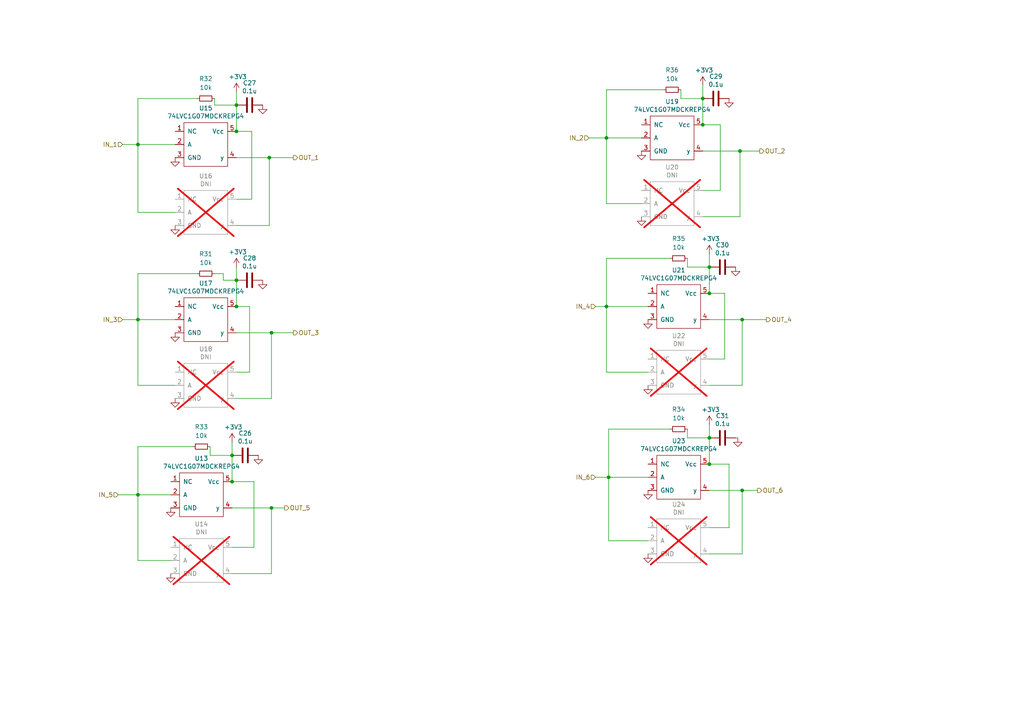
<source format=kicad_sch>
(kicad_sch (version 20231120) (generator "eeschema") (generator_version "8.0")
  (paper "A4")
  (title_block (title "Avionics Board") (rev "A") (company "SilverSat Limited"))
  (lib_symbols
    (symbol "Device:C" (pin_numbers hide) (pin_names (offset 0.254))
      (property "Reference" "C" (at 0.635 2.54 0))
      (property "Value" "C" (at 0.635 -2.54 0))
      (symbol "C_0_1"
        (polyline (pts (xy -2.032 -0.762) (xy 2.032 -0.762)) (stroke (width 0.508)))
        (polyline (pts (xy -2.032 0.762) (xy 2.032 0.762)) (stroke (width 0.508)))
      )
      (symbol "C_1_1"
        (pin passive line (at 0 3.81 270) (length 2.794) (name "~") (number "1"))
        (pin passive line (at 0 -3.81 90) (length 2.794) (name "~") (number "2"))
      )
    )
    (symbol "Device:R_Small" (pin_numbers hide) (pin_names (offset 0.254) hide)
      (property "Reference" "R" (at 0.762 0.508 0))
      (property "Value" "R_Small" (at 0.762 -1.016 0))
      (symbol "R_Small_0_1"
        (rectangle (start -0.762 1.778) (end 0.762 -1.778) (stroke (width 0.2032)))
      )
      (symbol "R_Small_1_1"
        (pin passive line (at 0 2.54 270) (length 0.762) (name "~") (number "1"))
        (pin passive line (at 0 -2.54 90) (length 0.762) (name "~") (number "2"))
      )
    )
    (symbol "SilverSat_symbols:74LVC1G07MDCKREPG4" (pin_names (offset 1.016))
      (property "Reference" "U" (at 2.54 -1.27 0))
      (property "Value" "74LVC1G07MDCKREPG4" (at -2.54 -17.78 0))
      (symbol "74LVC1G07MDCKREPG4_0_1"
        (rectangle (start -8.89 -2.54) (end 3.81 -15.24))
      )
      (symbol "74LVC1G07MDCKREPG4_1_1"
        (pin input line (at -11.43 -5.08 0) (length 2.54) (name "NC") (number "1"))
        (pin input line (at -11.43 -8.89 0) (length 2.54) (name "A") (number "2"))
        (pin input line (at -11.43 -12.7 0) (length 2.54) (name "GND") (number "3"))
        (pin input line (at 6.35 -12.7 180) (length 2.54) (name "y") (number "4"))
        (pin input line (at 6.35 -5.08 180) (length 2.54) (name "Vcc") (number "5"))
      )
    )
    (symbol "power:+3.3V" (power) (pin_names (offset 0))
      (property "Value" "+3.3V" (at 0 3.556 0))
      (symbol "+3.3V_0_1"
        (polyline (pts (xy -0.762 1.27) (xy 0 2.54)))
        (polyline (pts (xy 0 0) (xy 0 2.54)))
        (polyline (pts (xy 0 2.54) (xy 0.762 1.27)))
      )
      (symbol "+3.3V_1_1"
        (pin power_in line (at 0 0 90) (length 0) hide (name "+3V3") (number "1"))
      )
    )
    (symbol "power:GND" (power) (pin_names (offset 0))
      (property "Value" "GND" (at 0 -3.81 0))
      (symbol "GND_0_1"
        (polyline (pts (xy 0 0) (xy 0 -1.27) (xy 1.27 -1.27) (xy 0 -2.54) (xy -1.27 -1.27) (xy 0 -1.27)))
      )
      (symbol "GND_1_1"
        (pin power_in line (at 0 0 270) (length 0) hide (name "GND") (number "1"))
      )
    )
  )
  (junction (at 205.74 77.47))
  (junction (at 78.105 45.72))
  (junction (at 68.58 38.1))
  (junction (at 205.74 127))
  (junction (at 40.005 143.51))
  (junction (at 215.265 142.24))
  (junction (at 203.835 36.195))
  (junction (at 205.74 134.62))
  (junction (at 176.53 138.43))
  (junction (at 40.005 41.91))
  (junction (at 78.74 147.32))
  (junction (at 215.265 92.71))
  (junction (at 205.74 85.09))
  (junction (at 203.835 28.575))
  (junction (at 67.31 139.7))
  (junction (at 68.58 81.28))
  (junction (at 67.31 132.08))
  (junction (at 214.63 43.815))
  (junction (at 68.58 88.9))
  (junction (at 40.005 92.71))
  (junction (at 68.58 30.48))
  (junction (at 78.74 96.52))
  (junction (at 175.895 88.9))
  (junction (at 175.895 40.005))
  (wire (pts (xy 40.005 162.56) (xy 40.005 143.51)))
  (wire (pts (xy 60.96 132.08) (xy 67.31 132.08)))
  (wire (pts (xy 72.39 107.95) (xy 72.39 88.9)))
  (wire (pts (xy 215.265 160.655) (xy 215.265 142.24)))
  (wire (pts (xy 211.455 134.62) (xy 211.455 153.035)))
  (wire (pts (xy 203.835 62.865) (xy 214.63 62.865)))
  (wire (pts (xy 68.58 65.405) (xy 78.105 65.405)))
  (wire (pts (xy 68.58 115.57) (xy 78.74 115.57)))
  (wire (pts (xy 68.58 45.72) (xy 78.105 45.72)))
  (wire (pts (xy 205.74 160.655) (xy 215.265 160.655)))
  (wire (pts (xy 205.74 85.09) (xy 210.185 85.09)))
  (wire (pts (xy 40.005 79.375) (xy 40.005 92.71)))
  (wire (pts (xy 214.63 43.815) (xy 220.345 43.815)))
  (wire (pts (xy 210.185 85.09) (xy 210.185 104.14)))
  (wire (pts (xy 64.77 79.375) (xy 64.77 81.28)))
  (wire (pts (xy 40.005 92.71) (xy 50.8 92.71)))
  (wire (pts (xy 187.96 156.845) (xy 176.53 156.845)))
  (wire (pts (xy 175.895 74.93) (xy 175.895 88.9)))
  (wire (pts (xy 203.835 24.765) (xy 203.835 28.575)))
  (wire (pts (xy 40.005 111.76) (xy 50.8 111.76)))
  (wire (pts (xy 215.265 142.24) (xy 219.71 142.24)))
  (wire (pts (xy 78.74 166.37) (xy 78.74 147.32)))
  (wire (pts (xy 187.96 107.95) (xy 175.895 107.95)))
  (wire (pts (xy 78.105 45.72) (xy 85.09 45.72)))
  (wire (pts (xy 67.31 166.37) (xy 78.74 166.37)))
  (wire (pts (xy 55.88 129.54) (xy 40.005 129.54)))
  (wire (pts (xy 72.39 88.9) (xy 68.58 88.9)))
  (wire (pts (xy 211.455 153.035) (xy 205.74 153.035)))
  (wire (pts (xy 57.15 28.575) (xy 40.005 28.575)))
  (wire (pts (xy 176.53 124.46) (xy 176.53 138.43)))
  (wire (pts (xy 175.895 40.005) (xy 175.895 59.055)))
  (wire (pts (xy 67.31 128.27) (xy 67.31 132.08)))
  (wire (pts (xy 176.53 138.43) (xy 187.96 138.43)))
  (wire (pts (xy 78.74 147.32) (xy 82.55 147.32)))
  (wire (pts (xy 73.025 38.1) (xy 73.025 57.785)))
  (wire (pts (xy 214.63 62.865) (xy 214.63 43.815)))
  (wire (pts (xy 68.58 26.67) (xy 68.58 30.48)))
  (wire (pts (xy 67.31 132.08) (xy 67.31 139.7)))
  (wire (pts (xy 175.895 26.035) (xy 175.895 40.005)))
  (wire (pts (xy 199.39 124.46) (xy 199.39 127)))
  (wire (pts (xy 175.895 107.95) (xy 175.895 88.9)))
  (wire (pts (xy 205.74 77.47) (xy 205.74 85.09)))
  (wire (pts (xy 35.56 92.71) (xy 40.005 92.71)))
  (wire (pts (xy 203.835 36.195) (xy 208.915 36.195)))
  (wire (pts (xy 205.74 92.71) (xy 215.265 92.71)))
  (wire (pts (xy 64.77 81.28) (xy 68.58 81.28)))
  (wire (pts (xy 62.23 79.375) (xy 64.77 79.375)))
  (wire (pts (xy 210.185 104.14) (xy 205.74 104.14)))
  (wire (pts (xy 170.815 40.005) (xy 175.895 40.005)))
  (wire (pts (xy 199.39 74.93) (xy 199.39 77.47)))
  (wire (pts (xy 175.895 59.055) (xy 186.055 59.055)))
  (wire (pts (xy 68.58 96.52) (xy 78.74 96.52)))
  (wire (pts (xy 40.005 41.91) (xy 50.8 41.91)))
  (wire (pts (xy 35.56 41.91) (xy 40.005 41.91)))
  (wire (pts (xy 49.53 162.56) (xy 40.005 162.56)))
  (wire (pts (xy 205.74 73.66) (xy 205.74 77.47)))
  (wire (pts (xy 78.105 65.405) (xy 78.105 45.72)))
  (wire (pts (xy 40.005 61.595) (xy 40.005 41.91)))
  (wire (pts (xy 205.74 127) (xy 205.74 134.62)))
  (wire (pts (xy 73.66 139.7) (xy 73.66 158.75)))
  (wire (pts (xy 60.96 129.54) (xy 60.96 132.08)))
  (wire (pts (xy 40.005 28.575) (xy 40.005 41.91)))
  (wire (pts (xy 62.23 30.48) (xy 68.58 30.48)))
  (wire (pts (xy 68.58 107.95) (xy 72.39 107.95)))
  (wire (pts (xy 62.23 28.575) (xy 62.23 30.48)))
  (wire (pts (xy 215.265 111.76) (xy 215.265 92.71)))
  (wire (pts (xy 172.72 138.43) (xy 176.53 138.43)))
  (wire (pts (xy 203.835 43.815) (xy 214.63 43.815)))
  (wire (pts (xy 175.895 40.005) (xy 186.055 40.005)))
  (wire (pts (xy 176.53 156.845) (xy 176.53 138.43)))
  (wire (pts (xy 208.915 36.195) (xy 208.915 55.245)))
  (wire (pts (xy 197.485 28.575) (xy 203.835 28.575)))
  (wire (pts (xy 57.15 79.375) (xy 40.005 79.375)))
  (wire (pts (xy 199.39 77.47) (xy 205.74 77.47)))
  (wire (pts (xy 67.31 139.7) (xy 73.66 139.7)))
  (wire (pts (xy 68.58 81.28) (xy 68.58 88.9)))
  (wire (pts (xy 197.485 26.035) (xy 197.485 28.575)))
  (wire (pts (xy 40.005 129.54) (xy 40.005 143.51)))
  (wire (pts (xy 199.39 127) (xy 205.74 127)))
  (wire (pts (xy 40.005 92.71) (xy 40.005 111.76)))
  (wire (pts (xy 67.31 147.32) (xy 78.74 147.32)))
  (wire (pts (xy 215.265 92.71) (xy 222.25 92.71)))
  (wire (pts (xy 203.835 28.575) (xy 203.835 36.195)))
  (wire (pts (xy 205.74 142.24) (xy 215.265 142.24)))
  (wire (pts (xy 68.58 30.48) (xy 68.58 38.1)))
  (wire (pts (xy 50.8 61.595) (xy 40.005 61.595)))
  (wire (pts (xy 68.58 38.1) (xy 73.025 38.1)))
  (wire (pts (xy 194.31 74.93) (xy 175.895 74.93)))
  (wire (pts (xy 78.74 115.57) (xy 78.74 96.52)))
  (wire (pts (xy 67.31 158.75) (xy 73.66 158.75)))
  (wire (pts (xy 68.58 77.47) (xy 68.58 81.28)))
  (wire (pts (xy 73.025 57.785) (xy 68.58 57.785)))
  (wire (pts (xy 205.74 111.76) (xy 215.265 111.76)))
  (wire (pts (xy 213.995 127) (xy 213.36 127)))
  (wire (pts (xy 205.74 134.62) (xy 211.455 134.62)))
  (wire (pts (xy 194.31 124.46) (xy 176.53 124.46)))
  (wire (pts (xy 175.895 88.9) (xy 187.96 88.9)))
  (wire (pts (xy 34.29 143.51) (xy 40.005 143.51)))
  (wire (pts (xy 205.74 123.19) (xy 205.74 127)))
  (wire (pts (xy 40.005 143.51) (xy 49.53 143.51)))
  (wire (pts (xy 192.405 26.035) (xy 175.895 26.035)))
  (wire (pts (xy 78.74 96.52) (xy 85.09 96.52)))
  (wire (pts (xy 208.915 55.245) (xy 203.835 55.245)))
  (wire (pts (xy 172.72 88.9) (xy 175.895 88.9)))
  (hierarchical_label "IN_2" (shape input) (at 170.815 40.005 180))
  (hierarchical_label "OUT_4" (shape output) (at 222.25 92.71 0))
  (hierarchical_label "OUT_6" (shape output) (at 219.71 142.24 0))
  (hierarchical_label "OUT_5" (shape output) (at 82.55 147.32 0))
  (hierarchical_label "IN_6" (shape input) (at 172.72 138.43 180))
  (hierarchical_label "IN_1" (shape input) (at 35.56 41.91 180))
  (hierarchical_label "IN_3" (shape input) (at 35.56 92.71 180))
  (hierarchical_label "OUT_2" (shape output) (at 220.345 43.815 0))
  (hierarchical_label "IN_5" (shape input) (at 34.29 143.51 180))
  (hierarchical_label "IN_4" (shape input) (at 172.72 88.9 180))
  (hierarchical_label "OUT_3" (shape output) (at 85.09 96.52 0))
  (hierarchical_label "OUT_1" (shape output) (at 85.09 45.72 0))
  (symbol (lib_id "SilverSat_symbols:74LVC1G07MDCKREPG4") (at 62.23 33.02 0) (unit 1)
    (property "Reference" "U15" (at 59.69 31.369 0))
    (property "Value" "74LVC1G07MDCKREPG4" (at 59.69 33.6804 0))
    (property "Footprint" "Package_TO_SOT_SMD:SOT-353_SC-70-5" (effects (hide yes)))
    (property "Part_Number" "74LVC1G07MDCKREPG4" (effects (hide yes)))
    (property "MPN" "74LVC1G07MDCKREPG4" (effects (hide yes)))
    (property "Manufacturer" "TI" (effects (hide yes)))
  )
  (symbol (lib_id "Device:C") (at 72.39 30.48 270) (unit 1)
    (property "Reference" "C27" (at 72.39 24.0792 90))
    (property "Value" "0.1u" (at 72.39 26.3906 90))
    (property "Footprint" "Capacitor_SMD:C_0603_1608Metric" (effects (hide yes)))
    (property "Part_Number" "06035C104K4Z2A" (effects (hide yes)))
    (property "MPN" "06031C104K4Z2A" (effects (hide yes)))
    (property "Manufacturer" "AVX" (effects (hide yes)))
  )
  (symbol (lib_id "power:GND") (at 76.2 30.48 0) (unit 1)
    (property "Reference" "#PWR024" (effects (hide yes)))
    (property "Value" "GND" (effects (hide yes)))
  )
  (symbol (lib_id "power:+3.3V") (at 68.58 26.67 0) (unit 1)
    (property "Reference" "#PWR018" (effects (hide yes)))
    (property "Value" "+3V3" (at 68.961 22.2758 0))
  )
  (symbol (lib_id "power:GND") (at 50.8 45.72 0) (unit 1)
    (property "Reference" "#PWR012" (effects (hide yes)))
    (property "Value" "GND" (effects (hide yes)))
  )
  (symbol (lib_id "SilverSat_symbols:74LVC1G07MDCKREPG4") (at 197.485 31.115 0) (unit 1)
    (property "Reference" "U19" (at 194.945 29.464 0))
    (property "Value" "74LVC1G07MDCKREPG4" (at 194.945 31.7754 0))
    (property "Footprint" "Package_TO_SOT_SMD:SOT-353_SC-70-5" (effects (hide yes)))
    (property "Part_Number" "74LVC1G07MDCKREPG4" (effects (hide yes)))
    (property "MPN" "74LVC1G07MDCKREPG4" (effects (hide yes)))
    (property "Manufacturer" "TI" (effects (hide yes)))
  )
  (symbol (lib_id "Device:C") (at 207.645 28.575 270) (unit 1)
    (property "Reference" "C29" (at 207.645 22.1742 90))
    (property "Value" "0.1u" (at 207.645 24.4856 90))
    (property "Footprint" "Capacitor_SMD:C_0603_1608Metric" (effects (hide yes)))
    (property "Part_Number" "06035C104K4Z2A" (effects (hide yes)))
    (property "MPN" "06031C104K4Z2A" (effects (hide yes)))
    (property "Manufacturer" "AVX" (effects (hide yes)))
  )
  (symbol (lib_id "power:GND") (at 211.455 28.575 0) (unit 1)
    (property "Reference" "#PWR025" (effects (hide yes)))
    (property "Value" "GND" (effects (hide yes)))
  )
  (symbol (lib_id "power:+3.3V") (at 203.835 24.765 0) (unit 1)
    (property "Reference" "#PWR019" (effects (hide yes)))
    (property "Value" "+3V3" (at 204.216 20.3708 0))
  )
  (symbol (lib_id "power:GND") (at 186.055 43.815 0) (unit 1)
    (property "Reference" "#PWR013" (effects (hide yes)))
    (property "Value" "GND" (effects (hide yes)))
  )
  (symbol (lib_id "SilverSat_symbols:74LVC1G07MDCKREPG4") (at 62.23 83.82 0) (unit 1)
    (property "Reference" "U17" (at 59.69 82.169 0))
    (property "Value" "74LVC1G07MDCKREPG4" (at 59.69 84.4804 0))
    (property "Footprint" "Package_TO_SOT_SMD:SOT-353_SC-70-5" (effects (hide yes)))
    (property "Part_Number" "74LVC1G07MDCKREPG4" (effects (hide yes)))
    (property "MPN" "74LVC1G07MDCKREPG4" (effects (hide yes)))
    (property "Manufacturer" "TI" (effects (hide yes)))
  )
  (symbol (lib_id "Device:C") (at 72.39 81.28 270) (unit 1)
    (property "Reference" "C28" (at 72.39 74.8792 90))
    (property "Value" "0.1u" (at 72.39 77.1906 90))
    (property "Footprint" "Capacitor_SMD:C_0603_1608Metric" (effects (hide yes)))
    (property "Part_Number" "06035C104K4Z2A" (effects (hide yes)))
    (property "MPN" "06031C104K4Z2A" (effects (hide yes)))
    (property "Manufacturer" "AVX" (effects (hide yes)))
  )
  (symbol (lib_id "power:GND") (at 76.2 81.28 0) (unit 1)
    (property "Reference" "#PWR026" (effects (hide yes)))
    (property "Value" "GND" (effects (hide yes)))
  )
  (symbol (lib_id "power:+3.3V") (at 68.58 77.47 0) (unit 1)
    (property "Reference" "#PWR020" (effects (hide yes)))
    (property "Value" "+3V3" (at 68.961 73.0758 0))
  )
  (symbol (lib_id "power:GND") (at 50.8 96.52 0) (unit 1)
    (property "Reference" "#PWR014" (effects (hide yes)))
    (property "Value" "GND" (effects (hide yes)))
  )
  (symbol (lib_id "SilverSat_symbols:74LVC1G07MDCKREPG4") (at 199.39 80.01 0) (unit 1)
    (property "Reference" "U21" (at 196.85 78.359 0))
    (property "Value" "74LVC1G07MDCKREPG4" (at 196.85 80.6704 0))
    (property "Footprint" "Package_TO_SOT_SMD:SOT-353_SC-70-5" (effects (hide yes)))
    (property "Part_Number" "74LVC1G07MDCKREPG4" (effects (hide yes)))
    (property "MPN" "74LVC1G07MDCKREPG4" (effects (hide yes)))
    (property "Manufacturer" "TI" (effects (hide yes)))
  )
  (symbol (lib_id "Device:C") (at 209.55 77.47 270) (unit 1)
    (property "Reference" "C30" (at 209.55 71.0692 90))
    (property "Value" "0.1u" (at 209.55 73.3806 90))
    (property "Footprint" "Capacitor_SMD:C_0603_1608Metric" (effects (hide yes)))
    (property "Part_Number" "06035C104K4Z2A" (effects (hide yes)))
    (property "MPN" "06031C104K4Z2A" (effects (hide yes)))
    (property "Manufacturer" "AVX" (effects (hide yes)))
  )
  (symbol (lib_id "power:GND") (at 213.36 77.47 0) (unit 1)
    (property "Reference" "#PWR027" (effects (hide yes)))
    (property "Value" "GND" (effects (hide yes)))
  )
  (symbol (lib_id "power:+3.3V") (at 205.74 73.66 0) (unit 1)
    (property "Reference" "#PWR021" (effects (hide yes)))
    (property "Value" "+3V3" (at 206.121 69.2658 0))
  )
  (symbol (lib_id "power:GND") (at 187.96 92.71 0) (unit 1)
    (property "Reference" "#PWR015" (effects (hide yes)))
    (property "Value" "GND" (effects (hide yes)))
  )
  (symbol (lib_id "SilverSat_symbols:74LVC1G07MDCKREPG4") (at 60.96 134.62 0) (unit 1)
    (property "Reference" "U13" (at 58.42 132.969 0))
    (property "Value" "74LVC1G07MDCKREPG4" (at 58.42 135.2804 0))
    (property "Footprint" "Package_TO_SOT_SMD:SOT-353_SC-70-5" (effects (hide yes)))
    (property "Part_Number" "74LVC1G07MDCKREPG4" (effects (hide yes)))
    (property "MPN" "74LVC1G07MDCKREPG4" (effects (hide yes)))
    (property "Manufacturer" "TI" (effects (hide yes)))
  )
  (symbol (lib_id "Device:C") (at 71.12 132.08 270) (unit 1)
    (property "Reference" "C26" (at 71.12 125.6792 90))
    (property "Value" "0.1u" (at 71.12 127.9906 90))
    (property "Footprint" "Capacitor_SMD:C_0603_1608Metric" (effects (hide yes)))
    (property "Part_Number" "06035C104K4Z2A" (effects (hide yes)))
    (property "MPN" "06031C104K4Z2A" (effects (hide yes)))
    (property "Manufacturer" "AVX" (effects (hide yes)))
  )
  (symbol (lib_id "power:GND") (at 74.93 132.08 0) (unit 1)
    (property "Reference" "#PWR022" (effects (hide yes)))
    (property "Value" "GND" (effects (hide yes)))
  )
  (symbol (lib_id "power:+3.3V") (at 67.31 128.27 0) (unit 1)
    (property "Reference" "#PWR016" (effects (hide yes)))
    (property "Value" "+3V3" (at 67.691 123.8758 0))
  )
  (symbol (lib_id "power:GND") (at 49.53 147.32 0) (unit 1)
    (property "Reference" "#PWR010" (effects (hide yes)))
    (property "Value" "GND" (effects (hide yes)))
  )
  (symbol (lib_id "SilverSat_symbols:74LVC1G07MDCKREPG4") (at 199.39 129.54 0) (unit 1)
    (property "Reference" "U23" (at 196.85 127.889 0))
    (property "Value" "74LVC1G07MDCKREPG4" (at 196.85 130.2004 0))
    (property "Footprint" "Package_TO_SOT_SMD:SOT-353_SC-70-5" (effects (hide yes)))
    (property "Part_Number" "74LVC1G07MDCKREPG4" (effects (hide yes)))
    (property "MPN" "74LVC1G07MDCKREPG4" (effects (hide yes)))
    (property "Manufacturer" "TI" (effects (hide yes)))
  )
  (symbol (lib_id "Device:C") (at 209.55 127 270) (unit 1)
    (property "Reference" "C31" (at 209.55 120.5992 90))
    (property "Value" "0.1u" (at 209.55 122.9106 90))
    (property "Footprint" "Capacitor_SMD:C_0603_1608Metric" (effects (hide yes)))
    (property "Part_Number" "06035C104K4Z2A" (effects (hide yes)))
    (property "MPN" "06031C104K4Z2A" (effects (hide yes)))
    (property "Manufacturer" "AVX" (effects (hide yes)))
  )
  (symbol (lib_id "power:GND") (at 213.995 127 0) (unit 1)
    (property "Reference" "#PWR023" (effects (hide yes)))
    (property "Value" "GND" (effects (hide yes)))
  )
  (symbol (lib_id "power:+3.3V") (at 205.74 123.19 0) (unit 1)
    (property "Reference" "#PWR017" (effects (hide yes)))
    (property "Value" "+3V3" (at 206.121 118.7958 0))
  )
  (symbol (lib_id "power:GND") (at 187.96 142.24 0) (unit 1)
    (property "Reference" "#PWR011" (effects (hide yes)))
    (property "Value" "GND" (effects (hide yes)))
  )
  (symbol (lib_id "Device:R_Small") (at 59.69 79.375 90) (unit 1)
    (property "Reference" "R31" (at 59.69 73.66 90))
    (property "Value" "10k" (at 59.69 76.2 90))
    (property "Footprint" "Resistor_SMD:R_0603_1608Metric" (effects (hide yes)))
    (property "MPN" "ERJ-3RBD1002V" (effects (hide yes)))
    (property "Manufacturer" "Panasonic" (effects (hide yes)))
  )
  (symbol (lib_id "SilverSat_symbols:74LVC1G07MDCKREPG4") (at 199.39 99.06 0) (unit 1) (dnp yes)
    (property "Reference" "U22" (at 196.85 97.409 0))
    (property "Value" "DNI" (at 196.85 99.7204 0))
    (property "Footprint" "Package_TO_SOT_SMD:SOT-23-5" (effects (hide yes)))
  )
  (symbol (lib_id "power:GND") (at 187.96 111.76 0) (unit 1)
    (property "Reference" "#PWR056" (effects (hide yes)))
    (property "Value" "GND" (effects (hide yes)))
  )
  (symbol (lib_id "Device:R_Small") (at 58.42 129.54 90) (unit 1)
    (property "Reference" "R33" (at 58.42 123.825 90))
    (property "Value" "10k" (at 58.42 126.365 90))
    (property "Footprint" "Resistor_SMD:R_0603_1608Metric" (effects (hide yes)))
    (property "MPN" "ERJ-3RBD1002V" (effects (hide yes)))
    (property "Manufacturer" "Panasonic" (effects (hide yes)))
  )
  (symbol (lib_id "SilverSat_symbols:74LVC1G07MDCKREPG4") (at 62.23 102.87 0) (unit 1) (dnp yes)
    (property "Reference" "U18" (at 59.69 101.219 0))
    (property "Value" "DNI" (at 59.69 103.5304 0))
    (property "Footprint" "Package_TO_SOT_SMD:SOT-23-5" (effects (hide yes)))
  )
  (symbol (lib_id "SilverSat_symbols:74LVC1G07MDCKREPG4") (at 199.39 147.955 0) (unit 1) (dnp yes)
    (property "Reference" "U24" (at 196.85 146.304 0))
    (property "Value" "DNI" (at 196.85 148.6154 0))
    (property "Footprint" "Package_TO_SOT_SMD:SOT-23-5" (effects (hide yes)))
  )
  (symbol (lib_id "Device:R_Small") (at 196.85 74.93 90) (unit 1)
    (property "Reference" "R35" (at 196.85 69.215 90))
    (property "Value" "10k" (at 196.85 71.755 90))
    (property "Footprint" "Resistor_SMD:R_0603_1608Metric" (effects (hide yes)))
    (property "MPN" "ERJ-3RBD1002V" (effects (hide yes)))
    (property "Manufacturer" "Panasonic" (effects (hide yes)))
  )
  (symbol (lib_id "power:GND") (at 50.8 115.57 0) (unit 1)
    (property "Reference" "#PWR054" (effects (hide yes)))
    (property "Value" "GND" (effects (hide yes)))
  )
  (symbol (lib_id "Device:R_Small") (at 194.945 26.035 90) (unit 1)
    (property "Reference" "R36" (at 194.945 20.32 90))
    (property "Value" "10k" (at 194.945 22.86 90))
    (property "Footprint" "Resistor_SMD:R_0603_1608Metric" (effects (hide yes)))
    (property "MPN" "ERJ-3RBD1002V" (effects (hide yes)))
    (property "Manufacturer" "Panasonic" (effects (hide yes)))
  )
  (symbol (lib_id "Device:R_Small") (at 196.85 124.46 90) (unit 1)
    (property "Reference" "R34" (at 196.85 118.745 90))
    (property "Value" "10k" (at 196.85 121.285 90))
    (property "Footprint" "Resistor_SMD:R_0603_1608Metric" (effects (hide yes)))
    (property "MPN" "ERJ-3RBD1002V" (effects (hide yes)))
    (property "Manufacturer" "Panasonic" (effects (hide yes)))
  )
  (symbol (lib_id "power:GND") (at 186.055 62.865 0) (unit 1)
    (property "Reference" "#PWR055" (effects (hide yes)))
    (property "Value" "GND" (effects (hide yes)))
  )
  (symbol (lib_id "Device:R_Small") (at 59.69 28.575 90) (unit 1)
    (property "Reference" "R32" (at 59.69 22.86 90))
    (property "Value" "10k" (at 59.69 25.4 90))
    (property "Footprint" "Resistor_SMD:R_0603_1608Metric" (effects (hide yes)))
    (property "MPN" "ERJ-3RBD1002V" (effects (hide yes)))
    (property "Manufacturer" "Panasonic" (effects (hide yes)))
  )
  (symbol (lib_id "power:GND") (at 50.8 65.405 0) (unit 1)
    (property "Reference" "#PWR053" (effects (hide yes)))
    (property "Value" "GND" (effects (hide yes)))
  )
  (symbol (lib_id "SilverSat_symbols:74LVC1G07MDCKREPG4") (at 197.485 50.165 0) (unit 1) (dnp yes)
    (property "Reference" "U20" (at 194.945 48.514 0))
    (property "Value" "DNI" (at 194.945 50.8254 0))
    (property "Footprint" "Package_TO_SOT_SMD:SOT-23-5" (effects (hide yes)))
  )
  (symbol (lib_id "power:GND") (at 49.53 166.37 0) (unit 1)
    (property "Reference" "#PWR052" (effects (hide yes)))
    (property "Value" "GND" (effects (hide yes)))
  )
  (symbol (lib_id "SilverSat_symbols:74LVC1G07MDCKREPG4") (at 62.23 52.705 0) (unit 1) (dnp yes)
    (property "Reference" "U16" (at 59.69 51.054 0))
    (property "Value" "DNI" (at 59.69 53.3654 0))
    (property "Footprint" "Package_TO_SOT_SMD:SOT-23-5" (effects (hide yes)))
  )
  (symbol (lib_id "power:GND") (at 187.96 160.655 0) (unit 1)
    (property "Reference" "#PWR057" (effects (hide yes)))
    (property "Value" "GND" (effects (hide yes)))
  )
  (symbol (lib_id "SilverSat_symbols:74LVC1G07MDCKREPG4") (at 60.96 153.67 0) (unit 1) (dnp yes)
    (property "Reference" "U14" (at 58.42 152.019 0))
    (property "Value" "DNI" (at 58.42 154.3304 0))
    (property "Footprint" "Package_TO_SOT_SMD:SOT-23-5" (effects (hide yes)))
  )
)
</source>
